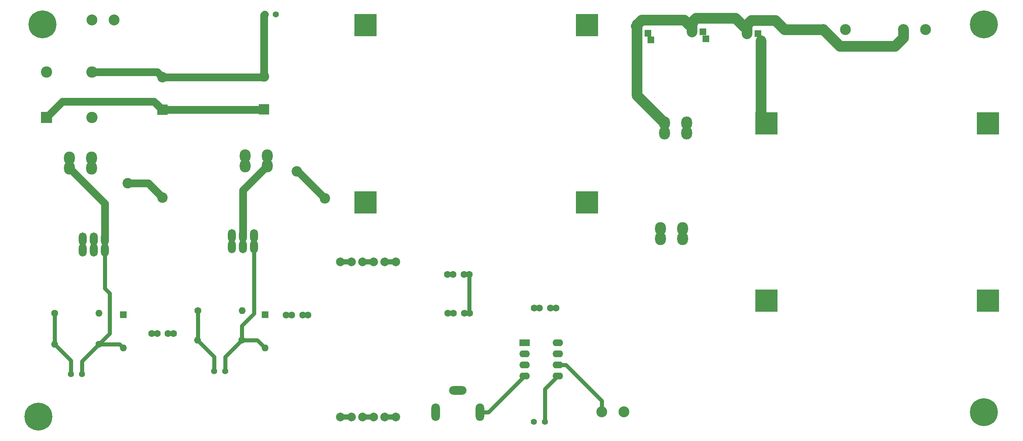
<source format=gbr>
%TF.GenerationSoftware,KiCad,Pcbnew,(6.0.11-0)*%
%TF.CreationDate,2023-02-08T21:31:17+08:00*%
%TF.ProjectId,EEEE2046_PCB_Template,45454545-3230-4343-965f-5043425f5465,rev?*%
%TF.SameCoordinates,Original*%
%TF.FileFunction,Copper,L1,Top*%
%TF.FilePolarity,Positive*%
%FSLAX46Y46*%
G04 Gerber Fmt 4.6, Leading zero omitted, Abs format (unit mm)*
G04 Created by KiCad (PCBNEW (6.0.11-0)) date 2023-02-08 21:31:17*
%MOMM*%
%LPD*%
G01*
G04 APERTURE LIST*
%TA.AperFunction,SMDPad,CuDef*%
%ADD10R,2.540000X1.270000*%
%TD*%
%TA.AperFunction,ComponentPad*%
%ADD11C,2.000000*%
%TD*%
%TA.AperFunction,SMDPad,CuDef*%
%ADD12R,5.080000X5.080000*%
%TD*%
%TA.AperFunction,ComponentPad*%
%ADD13C,0.800000*%
%TD*%
%TA.AperFunction,ComponentPad*%
%ADD14C,6.400000*%
%TD*%
%TA.AperFunction,ComponentPad*%
%ADD15C,1.600000*%
%TD*%
%TA.AperFunction,ComponentPad*%
%ADD16O,1.600000X1.600000*%
%TD*%
%TA.AperFunction,ComponentPad*%
%ADD17C,2.500000*%
%TD*%
%TA.AperFunction,ComponentPad*%
%ADD18C,1.400000*%
%TD*%
%TA.AperFunction,ComponentPad*%
%ADD19O,2.500000X3.000000*%
%TD*%
%TA.AperFunction,ComponentPad*%
%ADD20R,2.400000X1.600000*%
%TD*%
%TA.AperFunction,ComponentPad*%
%ADD21O,2.400000X1.600000*%
%TD*%
%TA.AperFunction,ComponentPad*%
%ADD22R,1.600000X1.600000*%
%TD*%
%TA.AperFunction,ComponentPad*%
%ADD23R,2.400000X2.400000*%
%TD*%
%TA.AperFunction,ComponentPad*%
%ADD24C,2.400000*%
%TD*%
%TA.AperFunction,ComponentPad*%
%ADD25O,1.800000X3.000000*%
%TD*%
%TA.AperFunction,ComponentPad*%
%ADD26O,2.000000X4.000000*%
%TD*%
%TA.AperFunction,ComponentPad*%
%ADD27O,4.000000X2.000000*%
%TD*%
%TA.AperFunction,ComponentPad*%
%ADD28R,2.600000X2.600000*%
%TD*%
%TA.AperFunction,ComponentPad*%
%ADD29C,2.600000*%
%TD*%
%TA.AperFunction,ViaPad*%
%ADD30C,2.400000*%
%TD*%
%TA.AperFunction,Conductor*%
%ADD31C,0.900000*%
%TD*%
%TA.AperFunction,Conductor*%
%ADD32C,2.470000*%
%TD*%
%TA.AperFunction,Conductor*%
%ADD33C,1.815000*%
%TD*%
%TA.AperFunction,Conductor*%
%ADD34C,0.630000*%
%TD*%
%TA.AperFunction,Conductor*%
%ADD35C,1.300000*%
%TD*%
G04 APERTURE END LIST*
D10*
%TO.P,U15,1,AA*%
%TO.N,Net-(U14-Pad1)*%
X120180000Y-82120000D03*
D11*
X118910000Y-82120000D03*
X121450000Y-82120000D03*
%TO.P,U15,2,AB*%
%TO.N,GNDD*%
X118910000Y-117680000D03*
X121450000Y-117680000D03*
D10*
X120180000Y-117680000D03*
D11*
%TO.P,U15,3,SA*%
%TO.N,Net-(U15-Pad3)*%
X113830000Y-82120000D03*
X116370000Y-82120000D03*
D10*
X115100000Y-82120000D03*
%TO.P,U15,4,SB*%
%TO.N,/PWM_COM_A*%
X110020000Y-82120000D03*
D11*
X111290000Y-82120000D03*
X108750000Y-82120000D03*
%TO.P,U15,5,SC*%
%TO.N,Net-(U15-Pad5)*%
X113830000Y-117680000D03*
D10*
X115100000Y-117680000D03*
D11*
X116370000Y-117680000D03*
%TO.P,U15,6,SD*%
%TO.N,/PWM_COM_B*%
X108750000Y-117680000D03*
X111290000Y-117680000D03*
D10*
X110020000Y-117680000D03*
%TD*%
D12*
%TO.P,U26,1,AA*%
%TO.N,/PWM_COM_A*%
X114570000Y-27870000D03*
D11*
X115840000Y-26600000D03*
X115840000Y-29140000D03*
X113300000Y-29140000D03*
X113300000Y-26600000D03*
%TO.P,U26,2,AB*%
%TO.N,Net-(U16-Pad2)*%
X113300000Y-69780000D03*
X113300000Y-67240000D03*
X115840000Y-67240000D03*
D12*
X114570000Y-68510000D03*
D11*
X115840000Y-69780000D03*
%TO.P,U26,3,SA*%
%TO.N,/Converter_Out(-)*%
X166640000Y-26600000D03*
X164100000Y-29140000D03*
X164100000Y-26600000D03*
X166640000Y-29140000D03*
D12*
X165370000Y-27870000D03*
D11*
%TO.P,U26,4,SB*%
%TO.N,/Transformer_Out(+)*%
X164100000Y-67240000D03*
X166640000Y-67240000D03*
X166640000Y-69780000D03*
X164100000Y-69780000D03*
D12*
X165370000Y-68510000D03*
%TD*%
D13*
%TO.P,H2,1*%
%TO.N,N/C*%
X253922102Y-27722102D03*
X258019158Y-26025046D03*
X256322102Y-30122102D03*
D14*
X256322102Y-27722102D03*
D13*
X258722102Y-27722102D03*
X254625046Y-26025046D03*
X256322102Y-25322102D03*
X254625046Y-29419158D03*
X258019158Y-29419158D03*
%TD*%
D15*
%TO.P,U28,1*%
%TO.N,/PWM_COM_B*%
X53410200Y-101034600D03*
D16*
%TO.P,U28,2*%
%TO.N,/PWM_OUT_B*%
X43250200Y-101034600D03*
%TD*%
D17*
%TO.P,U45,1,Pin_1*%
%TO.N,/Converter_Out(+)*%
X224600000Y-28850000D03*
%TO.P,U45,2,Pin_2*%
%TO.N,/Converter_Out(-)*%
X219520000Y-28850000D03*
%TD*%
%TO.P,U41,1,Pin_1*%
%TO.N,VDD*%
X168700000Y-116500000D03*
%TO.P,U41,2,Pin_2*%
%TO.N,GNDD*%
X173780000Y-116500000D03*
%TD*%
D18*
%TO.P,U3,1,1*%
%TO.N,/PWM_OUT_A*%
X79820800Y-107232200D03*
%TO.P,U3,2,2*%
%TO.N,/PWM_COM_A*%
X82360800Y-107232200D03*
%TD*%
D13*
%TO.P,H4,1*%
%TO.N,N/C*%
X256322102Y-114222102D03*
X256322102Y-119022102D03*
X254625046Y-114925046D03*
X253922102Y-116622102D03*
X258019158Y-114925046D03*
X254625046Y-118319158D03*
D14*
X256322102Y-116622102D03*
D13*
X258019158Y-118319158D03*
X258722102Y-116622102D03*
%TD*%
D19*
%TO.P,U33,1,K*%
%TO.N,Net-(U31-Pad1)*%
X188200000Y-52586000D03*
X188200000Y-50300000D03*
%TO.P,U33,2,A*%
%TO.N,/Converter_Out(-)*%
X183120000Y-50300000D03*
X183120000Y-52586000D03*
%TD*%
D11*
%TO.P,U34,*%
%TO.N,*%
X255980000Y-51650000D03*
X258520000Y-51650000D03*
D12*
X257250000Y-50380000D03*
X257250000Y-91020000D03*
D11*
X258520000Y-49110000D03*
X255980000Y-89750000D03*
X258520000Y-89750000D03*
X258520000Y-92290000D03*
X255980000Y-92290000D03*
X255980000Y-49110000D03*
%TO.P,U34,1,1*%
%TO.N,/Converter_Out(+)*%
X207720000Y-51650000D03*
D12*
X206450000Y-50380000D03*
D11*
X205180000Y-51650000D03*
X207720000Y-49110000D03*
X205180000Y-49110000D03*
%TO.P,U34,2,2*%
%TO.N,Net-(U31-Pad1)*%
X207720000Y-89750000D03*
X207720000Y-92290000D03*
X205180000Y-89750000D03*
D12*
X206450000Y-91020000D03*
D11*
X205180000Y-92290000D03*
%TD*%
D14*
%TO.P,H3,1*%
%TO.N,N/C*%
X39500000Y-117600000D03*
D13*
X41197056Y-119297056D03*
X41900000Y-117600000D03*
X37100000Y-117600000D03*
X37802944Y-115902944D03*
X39500000Y-115200000D03*
X39500000Y-120000000D03*
X37802944Y-119297056D03*
X41197056Y-115902944D03*
%TD*%
D15*
%TO.P,U24,1*%
%TO.N,/PWM_OUT_A*%
X76120000Y-93300000D03*
D16*
%TO.P,U24,2*%
%TO.N,Net-(U18-Pad1)*%
X86280000Y-93300000D03*
%TD*%
D20*
%TO.P,U5,1,NC*%
%TO.N,unconnected-(U5-Pad1)*%
X151000000Y-100700000D03*
D21*
%TO.P,U5,2,IN_A*%
%TO.N,unconnected-(U5-Pad2)*%
X151000000Y-103240000D03*
%TO.P,U5,3,GND*%
%TO.N,GNDD*%
X151000000Y-105780000D03*
%TO.P,U5,4,IN_B*%
%TO.N,/PWM_Input*%
X151000000Y-108320000D03*
%TO.P,U5,5,OUT_B*%
%TO.N,/PWM_Out*%
X158620000Y-108320000D03*
%TO.P,U5,6,VDD*%
%TO.N,VDD*%
X158620000Y-105780000D03*
%TO.P,U5,7,~{OUT_A}*%
%TO.N,unconnected-(U5-Pad7)*%
X158620000Y-103240000D03*
%TO.P,U5,8,NC*%
%TO.N,unconnected-(U5-Pad8)*%
X158620000Y-100700000D03*
%TD*%
D22*
%TO.P,U40,1*%
%TO.N,/Converter_Out(+)*%
X204520708Y-29800000D03*
X205191645Y-31400000D03*
D15*
%TO.P,U40,2*%
%TO.N,/Converter_Out(-)*%
X202020708Y-29800000D03*
X201349771Y-28200000D03*
%TD*%
D23*
%TO.P,U11,1*%
%TO.N,/Rectifier_DC(+)*%
X67945000Y-47292780D03*
D24*
%TO.P,U11,2*%
%TO.N,/PWM_COM_B*%
X67945000Y-39792780D03*
%TD*%
D15*
%TO.P,U39,1*%
%TO.N,VDD*%
X138350000Y-85000000D03*
X137100000Y-85000000D03*
%TO.P,U39,2*%
%TO.N,GNDD*%
X133350000Y-85000000D03*
X134600000Y-85000000D03*
%TD*%
D19*
%TO.P,U31,1,K*%
%TO.N,Net-(U31-Pad1)*%
X187240000Y-76835500D03*
X187240000Y-74549500D03*
%TO.P,U31,2,A*%
%TO.N,/Transformer_Out(+)*%
X182160000Y-76835500D03*
X182160000Y-74549500D03*
%TD*%
D15*
%TO.P,U25,1*%
%TO.N,/PWM_OUT_B*%
X43220000Y-93900000D03*
D16*
%TO.P,U25,2*%
%TO.N,Net-(U19-Pad1)*%
X53380000Y-93900000D03*
%TD*%
D22*
%TO.P,U21,1,K*%
%TO.N,Net-(U18-Pad1)*%
X91500000Y-94290000D03*
D16*
%TO.P,U21,2,A*%
%TO.N,/PWM_COM_A*%
X91500000Y-101910000D03*
%TD*%
D24*
%TO.P,U12,2*%
%TO.N,/PWM_COM_B*%
X91236800Y-39640380D03*
D23*
%TO.P,U12,1*%
%TO.N,/Rectifier_DC(+)*%
X91236800Y-47140380D03*
%TD*%
D22*
%TO.P,U36,1*%
%TO.N,/Converter_Out(+)*%
X192570937Y-31000000D03*
X191900000Y-29400000D03*
D15*
%TO.P,U36,2*%
%TO.N,/Converter_Out(-)*%
X188729063Y-27800000D03*
X189400000Y-29400000D03*
%TD*%
D18*
%TO.P,U7,1,1*%
%TO.N,/PWM_OUT_B*%
X46953200Y-107892600D03*
%TO.P,U7,2,2*%
%TO.N,/PWM_COM_B*%
X49493200Y-107892600D03*
%TD*%
D22*
%TO.P,U38,1*%
%TO.N,/Converter_Out(+)*%
X179970937Y-31300000D03*
X179300000Y-29700000D03*
D15*
%TO.P,U38,2*%
%TO.N,/Converter_Out(-)*%
X176129063Y-28100000D03*
X176800000Y-29700000D03*
%TD*%
%TO.P,U14,1*%
%TO.N,Net-(U14-Pad1)*%
X154450000Y-92700000D03*
X153200000Y-92700000D03*
%TO.P,U14,2*%
%TO.N,/PWM_Out*%
X158200000Y-92700000D03*
X156950000Y-92700000D03*
%TD*%
D25*
%TO.P,U16,1,G*%
%TO.N,/PWM_OUT_B*%
X49676400Y-79409400D03*
X49676400Y-76869400D03*
%TO.P,U16,2,D*%
%TO.N,Net-(U16-Pad2)*%
X52216400Y-76869400D03*
X52216400Y-79409400D03*
%TO.P,U16,3,S*%
%TO.N,/PWM_COM_B*%
X54756400Y-76869400D03*
X54756400Y-79409400D03*
%TD*%
D17*
%TO.P,U44,1,Pin_1*%
%TO.N,/Converter_Out(+)*%
X242950000Y-28850000D03*
%TO.P,U44,2,Pin_2*%
%TO.N,/Converter_Out(-)*%
X237870000Y-28850000D03*
%TD*%
%TO.P,U43,1,Pin_1*%
%TO.N,/VAC(-)*%
X56906800Y-26703400D03*
%TO.P,U43,2,Pin_2*%
%TO.N,/VAC(+)*%
X51826800Y-26703400D03*
%TD*%
D22*
%TO.P,U22,1,K*%
%TO.N,Net-(U19-Pad1)*%
X58972800Y-94252800D03*
D16*
%TO.P,U22,2,A*%
%TO.N,/PWM_COM_B*%
X58972800Y-101872800D03*
%TD*%
D15*
%TO.P,U37,1*%
%TO.N,VDD*%
X138450000Y-93900000D03*
X137200000Y-93900000D03*
%TO.P,U37,2*%
%TO.N,GNDD*%
X134700000Y-93900000D03*
X133450000Y-93900000D03*
%TD*%
D18*
%TO.P,U1,1,1*%
%TO.N,/PWM_Out*%
X155640000Y-118800000D03*
%TO.P,U1,2,2*%
%TO.N,GNDD*%
X153100000Y-118800000D03*
%TD*%
D26*
%TO.P,U42,*%
%TO.N,*%
X130600000Y-116600000D03*
D27*
%TO.P,U42,1,Pin_1*%
%TO.N,GNDD*%
X135700000Y-111600000D03*
D26*
%TO.P,U42,2,Pin_2*%
%TO.N,/PWM_Input*%
X140800000Y-116600000D03*
%TD*%
D19*
%TO.P,U23,1,K*%
%TO.N,/PWM_COM_A*%
X51700000Y-60600000D03*
X51700000Y-58314000D03*
%TO.P,U23,2,A*%
%TO.N,/PWM_COM_B*%
X46620000Y-58314000D03*
X46620000Y-60600000D03*
%TD*%
D28*
%TO.P,U6,1,+*%
%TO.N,/Rectifier_DC(+)*%
X41400000Y-49050000D03*
D29*
%TO.P,U6,2*%
%TO.N,/VAC(-)*%
X51800000Y-49050000D03*
%TO.P,U6,3,-*%
%TO.N,/PWM_COM_B*%
X51800000Y-38650000D03*
%TO.P,U6,4*%
%TO.N,/VAC(+)*%
X41400000Y-38650000D03*
%TD*%
D15*
%TO.P,U27,1*%
%TO.N,/PWM_COM_A*%
X86180000Y-100100000D03*
D16*
%TO.P,U27,2*%
%TO.N,/PWM_OUT_A*%
X76020000Y-100100000D03*
%TD*%
D19*
%TO.P,U17,1,K*%
%TO.N,/Rectifier_DC(+)*%
X92000000Y-57864000D03*
X92000000Y-60150000D03*
%TO.P,U17,2,A*%
%TO.N,Net-(U16-Pad2)*%
X86920000Y-57864000D03*
X86920000Y-60150000D03*
%TD*%
D25*
%TO.P,U20,1,G*%
%TO.N,/PWM_OUT_A*%
X83870000Y-76150000D03*
X83870000Y-78690000D03*
%TO.P,U20,2,D*%
%TO.N,/Rectifier_DC(+)*%
X86410000Y-78690000D03*
X86410000Y-76150000D03*
%TO.P,U20,3,S*%
%TO.N,/PWM_COM_A*%
X88950000Y-76150000D03*
X88950000Y-78690000D03*
%TD*%
D18*
%TO.P,U9,1,1*%
%TO.N,/Rectifier_DC(+)*%
X93950000Y-25400000D03*
%TO.P,U9,2,2*%
%TO.N,/PWM_COM_B*%
X91410000Y-25400000D03*
%TD*%
D15*
%TO.P,U18,1*%
%TO.N,Net-(U18-Pad1)*%
X96350800Y-94329000D03*
X97600800Y-94329000D03*
%TO.P,U18,2*%
%TO.N,Net-(U15-Pad3)*%
X100100800Y-94329000D03*
X101350800Y-94329000D03*
%TD*%
%TO.P,U19,1*%
%TO.N,Net-(U19-Pad1)*%
X66750000Y-98600000D03*
X65500000Y-98600000D03*
%TO.P,U19,2*%
%TO.N,Net-(U15-Pad5)*%
X69250000Y-98600000D03*
X70500000Y-98600000D03*
%TD*%
D13*
%TO.P,H1,1*%
%TO.N,N/C*%
X40422102Y-30122102D03*
X42822102Y-27722102D03*
X38022102Y-27722102D03*
X38725046Y-29419158D03*
X38725046Y-26025046D03*
X42119158Y-26025046D03*
X40422102Y-25322102D03*
X42119158Y-29419158D03*
D14*
X40422102Y-27722102D03*
%TD*%
D30*
%TO.N,/PWM_COM_A*%
X68000000Y-67400000D03*
X60000000Y-64150000D03*
%TO.N,Net-(U16-Pad2)*%
X98800000Y-61400000D03*
X105200000Y-67550000D03*
%TD*%
D31*
%TO.N,/PWM_COM_A*%
X86180000Y-100100000D02*
X86180000Y-96760000D01*
X86180000Y-96760000D02*
X88950000Y-93990000D01*
X88950000Y-93990000D02*
X88950000Y-78690000D01*
%TO.N,/PWM_COM_B*%
X55850000Y-98594800D02*
X55850000Y-89300000D01*
X53410200Y-101034600D02*
X55850000Y-98594800D01*
X55850000Y-89300000D02*
X54756400Y-88206400D01*
X54756400Y-88206400D02*
X54756400Y-79409400D01*
D32*
%TO.N,/Converter_Out(-)*%
X177900000Y-26700000D02*
X187629063Y-26700000D01*
X187629063Y-26700000D02*
X188729063Y-27800000D01*
D33*
%TO.N,/Rectifier_DC(+)*%
X67945000Y-47292780D02*
X91084400Y-47292780D01*
X91084400Y-47292780D02*
X91236800Y-47140380D01*
X45050000Y-45400000D02*
X66052220Y-45400000D01*
X66052220Y-45400000D02*
X67945000Y-47292780D01*
D31*
%TO.N,VDD*%
X158620000Y-105780000D02*
X160530000Y-105780000D01*
X168700000Y-116500000D02*
X168700000Y-113950000D01*
D33*
%TO.N,/PWM_COM_B*%
X54756400Y-76869400D02*
X54756400Y-68736400D01*
X54756400Y-68736400D02*
X46620000Y-60600000D01*
%TO.N,/Rectifier_DC(+)*%
X86410000Y-76150000D02*
X86410000Y-65740000D01*
X86410000Y-65740000D02*
X92000000Y-60150000D01*
%TO.N,/PWM_COM_B*%
X91236800Y-39640380D02*
X91236800Y-25573200D01*
X91236800Y-25573200D02*
X91410000Y-25400000D01*
%TO.N,/Rectifier_DC(+)*%
X41400000Y-49050000D02*
X45050000Y-45400000D01*
%TO.N,/PWM_COM_B*%
X67945000Y-39792780D02*
X91084400Y-39792780D01*
X91084400Y-39792780D02*
X91236800Y-39640380D01*
X51800000Y-38650000D02*
X66802220Y-38650000D01*
X66802220Y-38650000D02*
X67945000Y-39792780D01*
D31*
X49493200Y-104951600D02*
X53410200Y-101034600D01*
X49493200Y-107892600D02*
X49493200Y-104951600D01*
%TO.N,/PWM_OUT_B*%
X46953200Y-104737600D02*
X43250200Y-101034600D01*
X46953200Y-107892600D02*
X46953200Y-104737600D01*
%TO.N,VDD*%
X138350000Y-85000000D02*
X138350000Y-93800000D01*
X138350000Y-93800000D02*
X138450000Y-93900000D01*
%TO.N,/PWM_Input*%
X140800000Y-116600000D02*
X142720000Y-116600000D01*
X142720000Y-116600000D02*
X151000000Y-108320000D01*
%TO.N,/PWM_Out*%
X155640000Y-118800000D02*
X155640000Y-111300000D01*
X155640000Y-111300000D02*
X158620000Y-108320000D01*
%TO.N,VDD*%
X168700000Y-113950000D02*
X160530000Y-105780000D01*
D32*
%TO.N,/Converter_Out(-)*%
X176800000Y-29700000D02*
X176800000Y-43980000D01*
X176800000Y-43980000D02*
X183120000Y-50300000D01*
X177065000Y-27465000D02*
X177135000Y-27465000D01*
X177135000Y-27465000D02*
X177900000Y-26700000D01*
X176800000Y-27730000D02*
X177065000Y-27465000D01*
X176800000Y-29700000D02*
X176800000Y-27730000D01*
X219520000Y-28850000D02*
X223370000Y-32700000D01*
X203050708Y-26800000D02*
X208550000Y-26800000D01*
X208550000Y-26800000D02*
X210600000Y-28850000D01*
X202020708Y-27830000D02*
X203050708Y-26800000D01*
X202020708Y-29800000D02*
X202020708Y-27830000D01*
X210600000Y-28850000D02*
X219520000Y-28850000D01*
X188729063Y-27800000D02*
X190279063Y-26250000D01*
X190279063Y-26250000D02*
X199399771Y-26250000D01*
X199399771Y-26250000D02*
X201349771Y-28200000D01*
X223370000Y-32700000D02*
X235950000Y-32700000D01*
X237870000Y-30780000D02*
X237870000Y-28850000D01*
X235950000Y-32700000D02*
X237870000Y-30780000D01*
X189400000Y-29400000D02*
X189400000Y-27430000D01*
X189400000Y-27430000D02*
X189665000Y-27165000D01*
%TO.N,/Converter_Out(+)*%
X205180000Y-49110000D02*
X205180000Y-31411645D01*
X205180000Y-31411645D02*
X205191645Y-31400000D01*
D31*
%TO.N,/PWM_OUT_A*%
X79820800Y-103900800D02*
X76020000Y-100100000D01*
X79820800Y-107232200D02*
X79820800Y-103900800D01*
X76120000Y-93300000D02*
X76120000Y-100000000D01*
D34*
X76120000Y-100000000D02*
X76020000Y-100100000D01*
D31*
%TO.N,/PWM_COM_A*%
X86180000Y-100100000D02*
X89690000Y-100100000D01*
D33*
X60000000Y-64150000D02*
X64750000Y-64150000D01*
D31*
X82360800Y-103919200D02*
X86180000Y-100100000D01*
X89690000Y-100100000D02*
X91500000Y-101910000D01*
D33*
X64750000Y-64150000D02*
X68000000Y-67400000D01*
D31*
X82360800Y-107232200D02*
X82360800Y-103919200D01*
%TO.N,/PWM_COM_B*%
X53410200Y-101034600D02*
X58134600Y-101034600D01*
X58134600Y-101034600D02*
X58972800Y-101872800D01*
%TO.N,/PWM_OUT_B*%
X43250200Y-101034600D02*
X43250200Y-93930200D01*
D34*
X43250200Y-93930200D02*
X43220000Y-93900000D01*
D33*
%TO.N,Net-(U16-Pad2)*%
X99050000Y-61400000D02*
X105200000Y-67550000D01*
D35*
X98800000Y-61400000D02*
X99050000Y-61400000D01*
%TD*%
M02*

</source>
